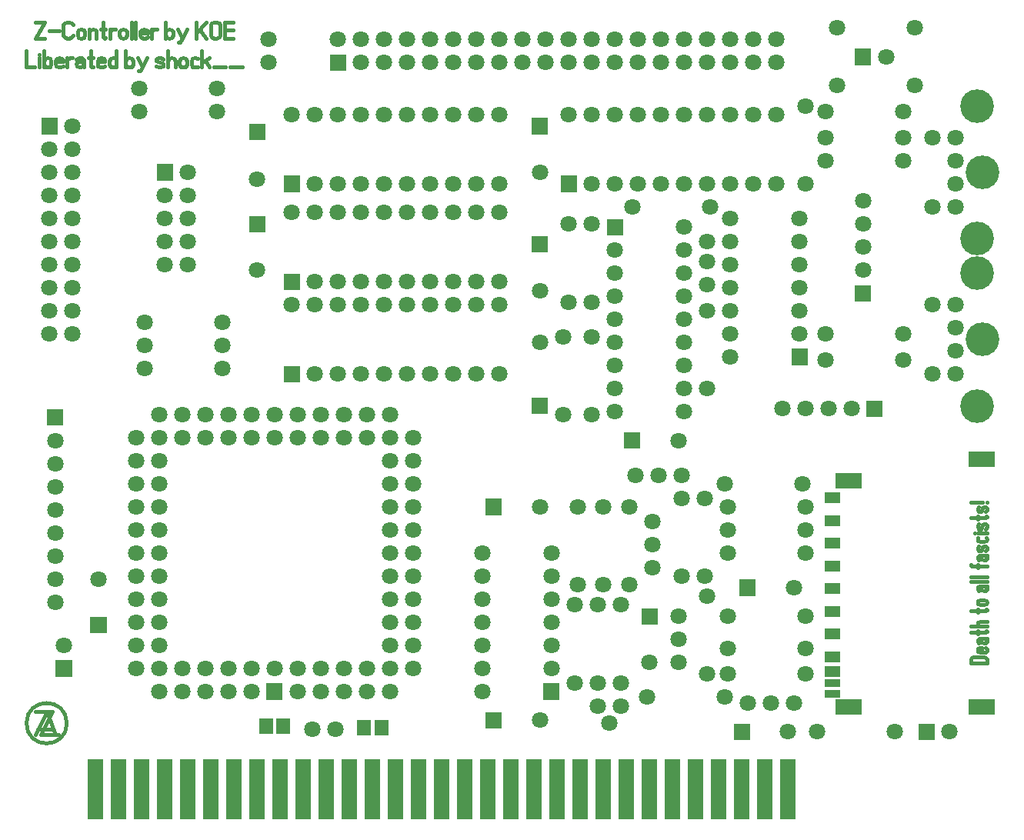
<source format=gts>
%FSLAX34Y34*%
%MOMM*%
%LNSOLDERMASK_TOP*%
G71*
G01*
%ADD10C, 1.80*%
%ADD11C, 0.45*%
%ADD12C, 0.42*%
%ADD13R, 1.70X6.70*%
%ADD14C, 3.70*%
%ADD15R, 1.70X1.20*%
%ADD16R, 3.00X1.70*%
%ADD17R, 1.70X0.90*%
%ADD18R, 1.50X1.70*%
%LPD*%
X82550Y838200D02*
G54D10*
D03*
X82550Y863600D02*
G54D10*
D03*
X57150Y838200D02*
G54D10*
D03*
X57150Y812800D02*
G54D10*
D03*
X82550Y812800D02*
G54D10*
D03*
X82550Y787400D02*
G54D10*
D03*
X57150Y787400D02*
G54D10*
D03*
X57150Y762000D02*
G54D10*
D03*
X82550Y762000D02*
G54D10*
D03*
X82550Y736600D02*
G54D10*
D03*
X57150Y736600D02*
G54D10*
D03*
X57150Y711200D02*
G54D10*
D03*
X82550Y711200D02*
G54D10*
D03*
X82550Y685800D02*
G54D10*
D03*
X57150Y685800D02*
G54D10*
D03*
X57150Y660400D02*
G54D10*
D03*
X82550Y660400D02*
G54D10*
D03*
X82550Y635000D02*
G54D10*
D03*
X57150Y635000D02*
G54D10*
D03*
X184150Y711200D02*
G54D10*
D03*
X209550Y711200D02*
G54D10*
D03*
X209550Y736600D02*
G54D10*
D03*
X184150Y736600D02*
G54D10*
D03*
X184150Y762000D02*
G54D10*
D03*
X209550Y762000D02*
G54D10*
D03*
X209550Y787400D02*
G54D10*
D03*
X184150Y787400D02*
G54D10*
D03*
X209550Y812800D02*
G54D10*
D03*
X298450Y933450D02*
G54D10*
D03*
X298450Y958850D02*
G54D10*
D03*
X374650Y958850D02*
G54D10*
D03*
X400050Y958850D02*
G54D10*
D03*
X400050Y933450D02*
G54D10*
D03*
X425450Y933450D02*
G54D10*
D03*
X425450Y958850D02*
G54D10*
D03*
X450850Y958850D02*
G54D10*
D03*
X450850Y933450D02*
G54D10*
D03*
X476250Y933450D02*
G54D10*
D03*
X476250Y958850D02*
G54D10*
D03*
X501650Y958850D02*
G54D10*
D03*
X501650Y933450D02*
G54D10*
D03*
X527050Y933450D02*
G54D10*
D03*
X527050Y958850D02*
G54D10*
D03*
X552450Y958850D02*
G54D10*
D03*
X552450Y933450D02*
G54D10*
D03*
X577850Y933450D02*
G54D10*
D03*
X577850Y958850D02*
G54D10*
D03*
X603250Y958850D02*
G54D10*
D03*
X603250Y933450D02*
G54D10*
D03*
X628650Y933450D02*
G54D10*
D03*
X628650Y958850D02*
G54D10*
D03*
X654050Y958850D02*
G54D10*
D03*
X654050Y933450D02*
G54D10*
D03*
X679450Y933450D02*
G54D10*
D03*
X679450Y958850D02*
G54D10*
D03*
X704850Y958850D02*
G54D10*
D03*
X704850Y933450D02*
G54D10*
D03*
X730250Y933450D02*
G54D10*
D03*
X730250Y958850D02*
G54D10*
D03*
X755650Y958850D02*
G54D10*
D03*
X755650Y933450D02*
G54D10*
D03*
X781050Y933450D02*
G54D10*
D03*
X781050Y958850D02*
G54D10*
D03*
X806450Y958850D02*
G54D10*
D03*
X806450Y933450D02*
G54D10*
D03*
X831850Y933450D02*
G54D10*
D03*
X831850Y958850D02*
G54D10*
D03*
X857250Y958850D02*
G54D10*
D03*
X857250Y933450D02*
G54D10*
D03*
X323850Y876300D02*
G54D10*
D03*
X349250Y876300D02*
G54D10*
D03*
X374650Y876300D02*
G54D10*
D03*
X400050Y876300D02*
G54D10*
D03*
X425450Y876300D02*
G54D10*
D03*
X450850Y876300D02*
G54D10*
D03*
X476250Y876300D02*
G54D10*
D03*
X501650Y876300D02*
G54D10*
D03*
X527050Y876300D02*
G54D10*
D03*
X552450Y876300D02*
G54D10*
D03*
X552450Y800100D02*
G54D10*
D03*
X527050Y800100D02*
G54D10*
D03*
X501650Y800100D02*
G54D10*
D03*
X476250Y800100D02*
G54D10*
D03*
X450850Y800100D02*
G54D10*
D03*
X425450Y800100D02*
G54D10*
D03*
X400050Y800100D02*
G54D10*
D03*
X374650Y800100D02*
G54D10*
D03*
X349250Y800100D02*
G54D10*
D03*
G36*
X175150Y821800D02*
X193150Y821800D01*
X193150Y803800D01*
X175150Y803800D01*
X175150Y821800D01*
G37*
G36*
X48150Y872600D02*
X66150Y872600D01*
X66150Y854600D01*
X48150Y854600D01*
X48150Y872600D01*
G37*
G36*
X314850Y809100D02*
X332850Y809100D01*
X332850Y791100D01*
X314850Y791100D01*
X314850Y809100D01*
G37*
G36*
X314850Y701150D02*
X332850Y701150D01*
X332850Y683150D01*
X314850Y683150D01*
X314850Y701150D01*
G37*
G36*
X365650Y942450D02*
X383650Y942450D01*
X383650Y924450D01*
X365650Y924450D01*
X365650Y942450D01*
G37*
G36*
X314850Y599550D02*
X332850Y599550D01*
X332850Y581550D01*
X314850Y581550D01*
X314850Y599550D01*
G37*
G36*
X295800Y250300D02*
X313800Y250300D01*
X313800Y232300D01*
X295800Y232300D01*
X295800Y250300D01*
G37*
G36*
X537100Y218550D02*
X555100Y218550D01*
X555100Y200550D01*
X537100Y200550D01*
X537100Y218550D01*
G37*
G36*
X810150Y205850D02*
X828150Y205850D01*
X828150Y187850D01*
X810150Y187850D01*
X810150Y205850D01*
G37*
G36*
X816500Y364600D02*
X834500Y364600D01*
X834500Y346600D01*
X816500Y346600D01*
X816500Y364600D01*
G37*
G36*
X708550Y332850D02*
X726550Y332850D01*
X726550Y314850D01*
X708550Y314850D01*
X708550Y332850D01*
G37*
G36*
X537100Y453500D02*
X555100Y453500D01*
X555100Y435500D01*
X537100Y435500D01*
X537100Y453500D01*
G37*
G36*
X619650Y809100D02*
X637650Y809100D01*
X637650Y791100D01*
X619650Y791100D01*
X619650Y809100D01*
G37*
G36*
X587900Y872600D02*
X605900Y872600D01*
X605900Y854600D01*
X587900Y854600D01*
X587900Y872600D01*
G37*
G36*
X873650Y618600D02*
X891650Y618600D01*
X891650Y600600D01*
X873650Y600600D01*
X873650Y618600D01*
G37*
G36*
X943500Y688450D02*
X961500Y688450D01*
X961500Y670450D01*
X943500Y670450D01*
X943500Y688450D01*
G37*
G36*
X956200Y561450D02*
X974200Y561450D01*
X974200Y543450D01*
X956200Y543450D01*
X956200Y561450D01*
G37*
G36*
X276750Y764650D02*
X294750Y764650D01*
X294750Y746650D01*
X276750Y746650D01*
X276750Y764650D01*
G37*
G36*
X276750Y866250D02*
X294750Y866250D01*
X294750Y848250D01*
X276750Y848250D01*
X276750Y866250D01*
G37*
G36*
X943500Y948800D02*
X961500Y948800D01*
X961500Y930800D01*
X943500Y930800D01*
X943500Y948800D01*
G37*
X323850Y768350D02*
G54D10*
D03*
X349250Y768350D02*
G54D10*
D03*
X374650Y768350D02*
G54D10*
D03*
X400050Y768350D02*
G54D10*
D03*
X425450Y768350D02*
G54D10*
D03*
X450850Y768350D02*
G54D10*
D03*
X476250Y768350D02*
G54D10*
D03*
X501650Y768350D02*
G54D10*
D03*
X527050Y768350D02*
G54D10*
D03*
X552450Y768350D02*
G54D10*
D03*
X552450Y692150D02*
G54D10*
D03*
X527050Y692150D02*
G54D10*
D03*
X501650Y692150D02*
G54D10*
D03*
X476250Y692150D02*
G54D10*
D03*
X450850Y692150D02*
G54D10*
D03*
X425450Y692150D02*
G54D10*
D03*
X400050Y692150D02*
G54D10*
D03*
X374650Y692150D02*
G54D10*
D03*
X349250Y692150D02*
G54D10*
D03*
X323850Y666750D02*
G54D10*
D03*
X349250Y666750D02*
G54D10*
D03*
X374650Y666750D02*
G54D10*
D03*
X400050Y666750D02*
G54D10*
D03*
X425450Y666750D02*
G54D10*
D03*
X450850Y666750D02*
G54D10*
D03*
X476250Y666750D02*
G54D10*
D03*
X501650Y666750D02*
G54D10*
D03*
X527050Y666750D02*
G54D10*
D03*
X552450Y666750D02*
G54D10*
D03*
X552450Y590550D02*
G54D10*
D03*
X527050Y590550D02*
G54D10*
D03*
X501650Y590550D02*
G54D10*
D03*
X476250Y590550D02*
G54D10*
D03*
X450850Y590550D02*
G54D10*
D03*
X425450Y590550D02*
G54D10*
D03*
X400050Y590550D02*
G54D10*
D03*
X374650Y590550D02*
G54D10*
D03*
X349250Y590550D02*
G54D10*
D03*
X654050Y800100D02*
G54D10*
D03*
X679450Y800100D02*
G54D10*
D03*
X704850Y800100D02*
G54D10*
D03*
X730250Y800100D02*
G54D10*
D03*
X755650Y800100D02*
G54D10*
D03*
X781050Y800100D02*
G54D10*
D03*
X806450Y800100D02*
G54D10*
D03*
X831850Y800100D02*
G54D10*
D03*
X857250Y800100D02*
G54D10*
D03*
X857250Y876300D02*
G54D10*
D03*
X831850Y876300D02*
G54D10*
D03*
X806450Y876300D02*
G54D10*
D03*
X781050Y876300D02*
G54D10*
D03*
X755650Y876300D02*
G54D10*
D03*
X730250Y876300D02*
G54D10*
D03*
X704850Y876300D02*
G54D10*
D03*
X679450Y876300D02*
G54D10*
D03*
X654050Y876300D02*
G54D10*
D03*
X628650Y876300D02*
G54D10*
D03*
X1028700Y850900D02*
G54D10*
D03*
X1054100Y850900D02*
G54D10*
D03*
X1054100Y825500D02*
G54D10*
D03*
X1054100Y800100D02*
G54D10*
D03*
X1054100Y774700D02*
G54D10*
D03*
X1028700Y774700D02*
G54D10*
D03*
X1028700Y590550D02*
G54D10*
D03*
X1054100Y590550D02*
G54D10*
D03*
X1054100Y615950D02*
G54D10*
D03*
X1054100Y641350D02*
G54D10*
D03*
X1054100Y666750D02*
G54D10*
D03*
X1028700Y666750D02*
G54D10*
D03*
X939800Y552450D02*
G54D10*
D03*
X914400Y552450D02*
G54D10*
D03*
X889000Y552450D02*
G54D10*
D03*
X863600Y552450D02*
G54D10*
D03*
X952500Y704850D02*
G54D10*
D03*
X952500Y730250D02*
G54D10*
D03*
X952500Y755650D02*
G54D10*
D03*
X952500Y781050D02*
G54D10*
D03*
X882650Y635000D02*
G54D10*
D03*
X882650Y660400D02*
G54D10*
D03*
X882650Y685800D02*
G54D10*
D03*
X882650Y711200D02*
G54D10*
D03*
X882650Y736600D02*
G54D10*
D03*
X882650Y762000D02*
G54D10*
D03*
X806450Y609600D02*
G54D10*
D03*
X806450Y635000D02*
G54D10*
D03*
X806450Y660400D02*
G54D10*
D03*
X806450Y685800D02*
G54D10*
D03*
X806450Y711200D02*
G54D10*
D03*
X806450Y736600D02*
G54D10*
D03*
X806450Y762000D02*
G54D10*
D03*
X241300Y879475D02*
G54D10*
D03*
X241300Y904875D02*
G54D10*
D03*
X155575Y904875D02*
G54D10*
D03*
X155575Y879475D02*
G54D10*
D03*
X247650Y647700D02*
G54D10*
D03*
X247650Y622300D02*
G54D10*
D03*
X247650Y596900D02*
G54D10*
D03*
X161925Y596900D02*
G54D10*
D03*
X161925Y622300D02*
G54D10*
D03*
X161925Y647700D02*
G54D10*
D03*
X285750Y704850D02*
G54D10*
D03*
X285750Y804862D02*
G54D10*
D03*
X152400Y317500D02*
G54D10*
D03*
X177800Y317500D02*
G54D10*
D03*
X177800Y292100D02*
G54D10*
D03*
X152400Y292100D02*
G54D10*
D03*
X152400Y266700D02*
G54D10*
D03*
X177800Y266700D02*
G54D10*
D03*
X203200Y266700D02*
G54D10*
D03*
X203200Y241300D02*
G54D10*
D03*
X177800Y241300D02*
G54D10*
D03*
X228600Y241300D02*
G54D10*
D03*
X228600Y266700D02*
G54D10*
D03*
X254000Y241300D02*
G54D10*
D03*
X254000Y266700D02*
G54D10*
D03*
X279400Y266700D02*
G54D10*
D03*
X279400Y241300D02*
G54D10*
D03*
X304800Y266700D02*
G54D10*
D03*
X330200Y266700D02*
G54D10*
D03*
X330200Y241300D02*
G54D10*
D03*
X355600Y241300D02*
G54D10*
D03*
X355600Y266700D02*
G54D10*
D03*
X381000Y266700D02*
G54D10*
D03*
X381000Y241300D02*
G54D10*
D03*
X406400Y241300D02*
G54D10*
D03*
X406400Y266700D02*
G54D10*
D03*
X431800Y266700D02*
G54D10*
D03*
X431800Y241300D02*
G54D10*
D03*
X457200Y266700D02*
G54D10*
D03*
X457200Y292100D02*
G54D10*
D03*
X431800Y292100D02*
G54D10*
D03*
X457200Y317500D02*
G54D10*
D03*
X431800Y317500D02*
G54D10*
D03*
X431800Y342900D02*
G54D10*
D03*
X457200Y342900D02*
G54D10*
D03*
X457200Y368300D02*
G54D10*
D03*
X431800Y368300D02*
G54D10*
D03*
X431800Y393700D02*
G54D10*
D03*
X457200Y393700D02*
G54D10*
D03*
X457200Y419100D02*
G54D10*
D03*
X431800Y419100D02*
G54D10*
D03*
X457200Y444500D02*
G54D10*
D03*
X431800Y444500D02*
G54D10*
D03*
X431800Y469900D02*
G54D10*
D03*
X457200Y469900D02*
G54D10*
D03*
X431800Y495300D02*
G54D10*
D03*
X457200Y495300D02*
G54D10*
D03*
X457200Y520700D02*
G54D10*
D03*
X431800Y520700D02*
G54D10*
D03*
X431800Y546100D02*
G54D10*
D03*
X406400Y546100D02*
G54D10*
D03*
X406400Y520700D02*
G54D10*
D03*
X381000Y520700D02*
G54D10*
D03*
X381000Y546100D02*
G54D10*
D03*
X355600Y546100D02*
G54D10*
D03*
X355600Y520700D02*
G54D10*
D03*
X330200Y520700D02*
G54D10*
D03*
X330200Y546100D02*
G54D10*
D03*
X304800Y546100D02*
G54D10*
D03*
X304800Y520700D02*
G54D10*
D03*
X596900Y209550D02*
G54D10*
D03*
X533400Y241300D02*
G54D10*
D03*
X533400Y266700D02*
G54D10*
D03*
X533400Y292100D02*
G54D10*
D03*
X533400Y317500D02*
G54D10*
D03*
X533400Y342900D02*
G54D10*
D03*
X533400Y368300D02*
G54D10*
D03*
X533400Y393700D02*
G54D10*
D03*
X609600Y393700D02*
G54D10*
D03*
X609600Y368300D02*
G54D10*
D03*
X609600Y342900D02*
G54D10*
D03*
X609600Y317500D02*
G54D10*
D03*
X609600Y292100D02*
G54D10*
D03*
X609600Y266700D02*
G54D10*
D03*
G36*
X600600Y250300D02*
X618600Y250300D01*
X618600Y232300D01*
X600600Y232300D01*
X600600Y250300D01*
G37*
X177800Y342900D02*
G54D10*
D03*
X152400Y342900D02*
G54D10*
D03*
X152400Y368300D02*
G54D10*
D03*
X177800Y368300D02*
G54D10*
D03*
X177800Y393700D02*
G54D10*
D03*
X152400Y393700D02*
G54D10*
D03*
X152400Y419100D02*
G54D10*
D03*
X177800Y419100D02*
G54D10*
D03*
X177800Y444500D02*
G54D10*
D03*
X152400Y444500D02*
G54D10*
D03*
X152400Y469900D02*
G54D10*
D03*
X177800Y469900D02*
G54D10*
D03*
X177800Y495300D02*
G54D10*
D03*
X203200Y520700D02*
G54D10*
D03*
X228600Y520700D02*
G54D10*
D03*
X254000Y520700D02*
G54D10*
D03*
X279400Y520700D02*
G54D10*
D03*
X177800Y520700D02*
G54D10*
D03*
X152400Y520700D02*
G54D10*
D03*
X152400Y495300D02*
G54D10*
D03*
X177800Y546100D02*
G54D10*
D03*
X203200Y546100D02*
G54D10*
D03*
X228600Y546100D02*
G54D10*
D03*
X254000Y546100D02*
G54D10*
D03*
X279400Y546100D02*
G54D10*
D03*
X654050Y546100D02*
G54D10*
D03*
X622300Y546100D02*
G54D10*
D03*
X654050Y631825D02*
G54D10*
D03*
X622300Y631825D02*
G54D10*
D03*
X596900Y625475D02*
G54D10*
D03*
G36*
X587900Y564625D02*
X605900Y564625D01*
X605900Y546625D01*
X587900Y546625D01*
X587900Y564625D01*
G37*
X596900Y812800D02*
G54D10*
D03*
X876300Y355600D02*
G54D10*
D03*
X1047750Y196850D02*
G54D10*
D03*
G36*
X1013350Y205850D02*
X1031350Y205850D01*
X1031350Y187850D01*
X1013350Y187850D01*
X1013350Y205850D01*
G37*
X901700Y196850D02*
G54D10*
D03*
X850900Y228600D02*
G54D10*
D03*
X825500Y228600D02*
G54D10*
D03*
X876300Y228600D02*
G54D10*
D03*
X889000Y260350D02*
G54D10*
D03*
X889000Y323850D02*
G54D10*
D03*
X889000Y288925D02*
G54D10*
D03*
X803275Y288925D02*
G54D10*
D03*
X803275Y260350D02*
G54D10*
D03*
X803275Y323850D02*
G54D10*
D03*
X781050Y260350D02*
G54D10*
D03*
X781050Y346075D02*
G54D10*
D03*
X749300Y273050D02*
G54D10*
D03*
X749300Y298450D02*
G54D10*
D03*
X749300Y323850D02*
G54D10*
D03*
X717550Y273050D02*
G54D10*
D03*
X673100Y206375D02*
G54D10*
D03*
X685800Y225425D02*
G54D10*
D03*
X660400Y225425D02*
G54D10*
D03*
X685800Y250825D02*
G54D10*
D03*
X660400Y250825D02*
G54D10*
D03*
X635000Y250825D02*
G54D10*
D03*
X685800Y336550D02*
G54D10*
D03*
X660400Y336550D02*
G54D10*
D03*
X635000Y336550D02*
G54D10*
D03*
X638175Y358775D02*
G54D10*
D03*
X666750Y358775D02*
G54D10*
D03*
X695325Y358775D02*
G54D10*
D03*
X777875Y368300D02*
G54D10*
D03*
X752475Y368300D02*
G54D10*
D03*
X803275Y393700D02*
G54D10*
D03*
X889000Y393700D02*
G54D10*
D03*
X889000Y419100D02*
G54D10*
D03*
X803275Y419100D02*
G54D10*
D03*
X803275Y444500D02*
G54D10*
D03*
X889000Y444500D02*
G54D10*
D03*
X885825Y469900D02*
G54D10*
D03*
X800100Y469900D02*
G54D10*
D03*
X777875Y454025D02*
G54D10*
D03*
X752475Y454025D02*
G54D10*
D03*
X752475Y479425D02*
G54D10*
D03*
X727075Y479425D02*
G54D10*
D03*
X701675Y479425D02*
G54D10*
D03*
X695325Y444500D02*
G54D10*
D03*
X666750Y444500D02*
G54D10*
D03*
X638175Y444500D02*
G54D10*
D03*
X720725Y428625D02*
G54D10*
D03*
X720725Y403225D02*
G54D10*
D03*
X720725Y377825D02*
G54D10*
D03*
X596900Y444500D02*
G54D10*
D03*
X987425Y196850D02*
G54D10*
D03*
X869950Y196850D02*
G54D10*
D03*
X800100Y234950D02*
G54D10*
D03*
X714375Y234950D02*
G54D10*
D03*
X996950Y606425D02*
G54D10*
D03*
X996950Y635000D02*
G54D10*
D03*
X911225Y635000D02*
G54D10*
D03*
X911225Y606425D02*
G54D10*
D03*
X781050Y574675D02*
G54D10*
D03*
X781050Y660400D02*
G54D10*
D03*
X749300Y517525D02*
G54D10*
D03*
G36*
X689500Y526525D02*
X707500Y526525D01*
X707500Y508525D01*
X689500Y508525D01*
X689500Y526525D01*
G37*
G36*
X670450Y761475D02*
X688450Y761475D01*
X688450Y743475D01*
X670450Y743475D01*
X670450Y761475D01*
G37*
X679450Y727075D02*
G54D10*
D03*
X679450Y701675D02*
G54D10*
D03*
X679450Y676275D02*
G54D10*
D03*
X679450Y650875D02*
G54D10*
D03*
X679450Y625475D02*
G54D10*
D03*
X679450Y600075D02*
G54D10*
D03*
X679450Y574675D02*
G54D10*
D03*
X679450Y549275D02*
G54D10*
D03*
X755650Y549275D02*
G54D10*
D03*
X755650Y574675D02*
G54D10*
D03*
X755650Y600075D02*
G54D10*
D03*
X755650Y625475D02*
G54D10*
D03*
X755650Y650875D02*
G54D10*
D03*
X755650Y676275D02*
G54D10*
D03*
X755650Y701675D02*
G54D10*
D03*
X755650Y727075D02*
G54D10*
D03*
X755650Y752475D02*
G54D10*
D03*
X781050Y736600D02*
G54D10*
D03*
X781050Y714375D02*
G54D10*
D03*
X781050Y688975D02*
G54D10*
D03*
X654050Y669925D02*
G54D10*
D03*
X628650Y669925D02*
G54D10*
D03*
X628650Y755650D02*
G54D10*
D03*
X654050Y755650D02*
G54D10*
D03*
X698500Y774700D02*
G54D10*
D03*
X784225Y774700D02*
G54D10*
D03*
X911225Y825500D02*
G54D10*
D03*
X911225Y850900D02*
G54D10*
D03*
X889000Y885825D02*
G54D10*
D03*
X889000Y800100D02*
G54D10*
D03*
X996950Y825500D02*
G54D10*
D03*
X996950Y850900D02*
G54D10*
D03*
X996950Y879475D02*
G54D10*
D03*
X911225Y879475D02*
G54D10*
D03*
X923925Y908050D02*
G54D10*
D03*
X1009650Y908050D02*
G54D10*
D03*
X977900Y939800D02*
G54D10*
D03*
X923925Y971550D02*
G54D10*
D03*
X1009650Y971550D02*
G54D10*
D03*
X596900Y682625D02*
G54D10*
D03*
G36*
X587900Y742425D02*
X605900Y742425D01*
X605900Y724425D01*
X587900Y724425D01*
X587900Y742425D01*
G37*
G36*
X64025Y275700D02*
X82025Y275700D01*
X82025Y257700D01*
X64025Y257700D01*
X64025Y275700D01*
G37*
G36*
X102125Y323325D02*
X120125Y323325D01*
X120125Y305325D01*
X102125Y305325D01*
X102125Y323325D01*
G37*
X111125Y365125D02*
G54D10*
D03*
X73025Y292100D02*
G54D10*
D03*
X63500Y339725D02*
G54D10*
D03*
X63500Y365125D02*
G54D10*
D03*
X63500Y390525D02*
G54D10*
D03*
X63500Y415925D02*
G54D10*
D03*
X63500Y441325D02*
G54D10*
D03*
X63500Y466725D02*
G54D10*
D03*
X63500Y492125D02*
G54D10*
D03*
X63500Y517525D02*
G54D10*
D03*
G36*
X54500Y551925D02*
X72500Y551925D01*
X72500Y533925D01*
X54500Y533925D01*
X54500Y551925D01*
G37*
G54D11*
X41275Y219075D02*
X60400Y219000D01*
X47625Y193675D01*
X66675Y193675D01*
G54D11*
X41275Y193675D02*
X53975Y219075D01*
X63500Y193675D01*
G54D11*
X44450Y200025D02*
X60325Y200025D01*
G54D11*
G75*
G01X76200Y206375D02*
G03X76200Y206375I-22225J0D01*
G01*
G54D12*
X41275Y978215D02*
X51942Y978215D01*
X41275Y960438D01*
X51942Y960438D01*
G54D12*
X56831Y968215D02*
X67498Y968215D01*
G54D12*
X83054Y963771D02*
X81720Y961549D01*
X79054Y960438D01*
X76387Y960438D01*
X73720Y961549D01*
X72387Y963771D01*
X72387Y974882D01*
X73720Y977104D01*
X76387Y978215D01*
X79054Y978215D01*
X81720Y977104D01*
X83054Y974882D01*
G54D12*
X95943Y963104D02*
X95943Y967549D01*
X94610Y969771D01*
X91943Y970438D01*
X89276Y969771D01*
X87943Y967549D01*
X87943Y963104D01*
X89276Y960882D01*
X91943Y960438D01*
X94610Y960882D01*
X95943Y963104D01*
G54D12*
X100832Y960438D02*
X100832Y970438D01*
G54D12*
X100832Y968215D02*
X102165Y969771D01*
X104832Y970438D01*
X107499Y969771D01*
X108832Y968215D01*
X108832Y960438D01*
G54D12*
X116388Y978215D02*
X116388Y961549D01*
X117721Y960438D01*
X119054Y960882D01*
G54D12*
X113721Y970438D02*
X119054Y970438D01*
G54D12*
X123943Y960438D02*
X123943Y970438D01*
G54D12*
X123943Y968215D02*
X126610Y970438D01*
X129276Y970438D01*
G54D12*
X142165Y963104D02*
X142165Y967549D01*
X140832Y969771D01*
X138165Y970438D01*
X135498Y969771D01*
X134165Y967549D01*
X134165Y963104D01*
X135498Y960882D01*
X138165Y960438D01*
X140832Y960882D01*
X142165Y963104D01*
G54D12*
X147054Y960438D02*
X147054Y978215D01*
G54D12*
X151943Y960438D02*
X151943Y978215D01*
G54D12*
X164832Y961549D02*
X162699Y960438D01*
X160032Y960438D01*
X157365Y961549D01*
X156832Y963771D01*
X156832Y967549D01*
X158165Y969771D01*
X160832Y970438D01*
X163499Y969771D01*
X164832Y968215D01*
X164832Y965993D01*
X156832Y965993D01*
G54D12*
X169721Y960438D02*
X169721Y970438D01*
G54D12*
X169721Y968215D02*
X172388Y970438D01*
X175054Y970438D01*
G54D12*
X185099Y960438D02*
X185099Y978215D01*
G54D12*
X185099Y967549D02*
X186432Y969771D01*
X189099Y970438D01*
X191766Y969771D01*
X193099Y967549D01*
X193099Y963104D01*
X191766Y960882D01*
X189099Y960438D01*
X186432Y960882D01*
X185099Y963104D01*
G54D12*
X197988Y970438D02*
X203321Y960438D01*
X208655Y970438D01*
G54D12*
X203321Y960438D02*
X201988Y957104D01*
X200655Y955993D01*
X199321Y955993D01*
G54D12*
X218700Y960438D02*
X218700Y978215D01*
G54D12*
X218700Y965993D02*
X229367Y978215D01*
G54D12*
X222700Y969326D02*
X229367Y960438D01*
G54D12*
X244923Y974882D02*
X244923Y963771D01*
X243589Y961549D01*
X240923Y960438D01*
X238256Y960438D01*
X235589Y961549D01*
X234256Y963771D01*
X234256Y974882D01*
X235589Y977104D01*
X238256Y978215D01*
X240923Y978215D01*
X243589Y977104D01*
X244923Y974882D01*
G54D12*
X259145Y960438D02*
X249812Y960438D01*
X249812Y978215D01*
X259145Y978215D01*
G54D12*
X249812Y969326D02*
X259145Y969326D01*
G54D12*
X31750Y946465D02*
X31750Y928688D01*
X41083Y928688D01*
G54D12*
X45972Y928688D02*
X45972Y938688D01*
G54D12*
X45972Y942021D02*
X45972Y942021D01*
G54D12*
X50861Y928688D02*
X50861Y946465D01*
G54D12*
X50861Y935799D02*
X52194Y938021D01*
X54861Y938688D01*
X57528Y938021D01*
X58861Y935799D01*
X58861Y931354D01*
X57528Y929132D01*
X54861Y928688D01*
X52194Y929132D01*
X50861Y931354D01*
G54D12*
X71750Y929799D02*
X69617Y928688D01*
X66950Y928688D01*
X64283Y929799D01*
X63750Y932021D01*
X63750Y935799D01*
X65083Y938021D01*
X67750Y938688D01*
X70417Y938021D01*
X71750Y936465D01*
X71750Y934243D01*
X63750Y934243D01*
G54D12*
X76639Y928688D02*
X76639Y938688D01*
G54D12*
X76639Y936465D02*
X79306Y938688D01*
X81972Y938688D01*
G54D12*
X86861Y937576D02*
X89528Y938688D01*
X92728Y938688D01*
X94861Y936465D01*
X94861Y928688D01*
G54D12*
X94861Y932021D02*
X93528Y934243D01*
X90861Y934688D01*
X88194Y934243D01*
X86861Y932021D01*
X87394Y929799D01*
X89528Y928688D01*
X90861Y928688D01*
X91394Y928688D01*
X93528Y929799D01*
X94861Y932021D01*
G54D12*
X102417Y946465D02*
X102417Y929799D01*
X103750Y928688D01*
X105083Y929132D01*
G54D12*
X99750Y938688D02*
X105083Y938688D01*
G54D12*
X117972Y929799D02*
X115839Y928688D01*
X113172Y928688D01*
X110505Y929799D01*
X109972Y932021D01*
X109972Y935799D01*
X111305Y938021D01*
X113972Y938688D01*
X116639Y938021D01*
X117972Y936465D01*
X117972Y934243D01*
X109972Y934243D01*
G54D12*
X130861Y928688D02*
X130861Y946465D01*
G54D12*
X130861Y935799D02*
X129528Y938021D01*
X126861Y938688D01*
X124194Y938021D01*
X122861Y935799D01*
X122861Y931354D01*
X124194Y929132D01*
X126861Y928688D01*
X129528Y929132D01*
X130861Y931354D01*
G54D12*
X140906Y928688D02*
X140906Y946465D01*
G54D12*
X140906Y935799D02*
X142239Y938021D01*
X144906Y938688D01*
X147573Y938021D01*
X148906Y935799D01*
X148906Y931354D01*
X147573Y929132D01*
X144906Y928688D01*
X142239Y929132D01*
X140906Y931354D01*
G54D12*
X153795Y938688D02*
X159128Y928688D01*
X164462Y938688D01*
G54D12*
X159128Y928688D02*
X157795Y925354D01*
X156462Y924243D01*
X155128Y924243D01*
G54D12*
X174507Y929799D02*
X177174Y928688D01*
X179840Y928688D01*
X182507Y929799D01*
X182507Y932021D01*
X181174Y933132D01*
X175840Y934243D01*
X174507Y935354D01*
X174507Y937576D01*
X177174Y938688D01*
X179840Y938688D01*
X182507Y937576D01*
G54D12*
X187396Y928688D02*
X187396Y946465D01*
G54D12*
X187396Y935799D02*
X188729Y938021D01*
X191396Y938688D01*
X194063Y938021D01*
X195396Y935799D01*
X195396Y928688D01*
G54D12*
X208285Y931354D02*
X208285Y935799D01*
X206952Y938021D01*
X204285Y938688D01*
X201618Y938021D01*
X200285Y935799D01*
X200285Y931354D01*
X201618Y929132D01*
X204285Y928688D01*
X206952Y929132D01*
X208285Y931354D01*
G54D12*
X219841Y938021D02*
X217174Y938688D01*
X214507Y938021D01*
X213174Y935799D01*
X213174Y931354D01*
X214507Y929132D01*
X217174Y928688D01*
X219841Y929132D01*
G54D12*
X224730Y928688D02*
X224730Y946465D01*
G54D12*
X228730Y935354D02*
X232730Y928688D01*
G54D12*
X224730Y933132D02*
X232730Y938688D01*
G54D12*
X237619Y928688D02*
X250952Y928688D01*
G54D12*
X255841Y928688D02*
X269174Y928688D01*
X285750Y133350D02*
G54D13*
D03*
X260350Y133350D02*
G54D13*
D03*
X234950Y133350D02*
G54D13*
D03*
X209550Y133350D02*
G54D13*
D03*
X184150Y133350D02*
G54D13*
D03*
X158750Y133350D02*
G54D13*
D03*
X133350Y133350D02*
G54D13*
D03*
X107950Y133350D02*
G54D13*
D03*
X311150Y133350D02*
G54D13*
D03*
X336550Y133350D02*
G54D13*
D03*
X361950Y133350D02*
G54D13*
D03*
X387350Y133350D02*
G54D13*
D03*
X412750Y133350D02*
G54D13*
D03*
X438150Y133350D02*
G54D13*
D03*
X463550Y133350D02*
G54D13*
D03*
X488950Y133350D02*
G54D13*
D03*
X514350Y133350D02*
G54D13*
D03*
X539750Y133350D02*
G54D13*
D03*
X565150Y133350D02*
G54D13*
D03*
X590550Y133350D02*
G54D13*
D03*
X615950Y133350D02*
G54D13*
D03*
X641350Y133350D02*
G54D13*
D03*
X666750Y133350D02*
G54D13*
D03*
X692150Y133350D02*
G54D13*
D03*
X717550Y133350D02*
G54D13*
D03*
X742950Y133350D02*
G54D13*
D03*
X768350Y133350D02*
G54D13*
D03*
X793750Y133350D02*
G54D13*
D03*
X819150Y133350D02*
G54D13*
D03*
X844550Y133350D02*
G54D13*
D03*
X869950Y133350D02*
G54D13*
D03*
X1077912Y555625D02*
G54D14*
D03*
X1084262Y628650D02*
G54D14*
D03*
X1077912Y701675D02*
G54D14*
D03*
X1077912Y739775D02*
G54D14*
D03*
X1077912Y885825D02*
G54D14*
D03*
X1084262Y812800D02*
G54D14*
D03*
G54D12*
X1088516Y272204D02*
X1070739Y272204D01*
X1070739Y276649D01*
X1071850Y278427D01*
X1074072Y279316D01*
X1085183Y279316D01*
X1087405Y278427D01*
X1088516Y276649D01*
X1088516Y272204D01*
G54D12*
X1087405Y289538D02*
X1088516Y288116D01*
X1088516Y286338D01*
X1087405Y284560D01*
X1085183Y284204D01*
X1081405Y284204D01*
X1079183Y285093D01*
X1078516Y286871D01*
X1079183Y288649D01*
X1080739Y289538D01*
X1082961Y289538D01*
X1082961Y284204D01*
G54D12*
X1079628Y294426D02*
X1078516Y296204D01*
X1078516Y298338D01*
X1080739Y299760D01*
X1088516Y299760D01*
G54D12*
X1085183Y299760D02*
X1082961Y298871D01*
X1082516Y297093D01*
X1082961Y295315D01*
X1085183Y294426D01*
X1087405Y294782D01*
X1088516Y296204D01*
X1088516Y297093D01*
X1088516Y297449D01*
X1087405Y298871D01*
X1085183Y299760D01*
G54D12*
X1070739Y306426D02*
X1087405Y306426D01*
X1088516Y307315D01*
X1088072Y308204D01*
G54D12*
X1078516Y304648D02*
X1078516Y308204D01*
G54D12*
X1088516Y313094D02*
X1070739Y313094D01*
G54D12*
X1081405Y313094D02*
X1079183Y313982D01*
X1078516Y315760D01*
X1079183Y317538D01*
X1081405Y318427D01*
X1088516Y318427D01*
G54D12*
X1070739Y330160D02*
X1087405Y330160D01*
X1088516Y331049D01*
X1088072Y331938D01*
G54D12*
X1078516Y328382D02*
X1078516Y331938D01*
G54D12*
X1085850Y342161D02*
X1081405Y342161D01*
X1079183Y341272D01*
X1078516Y339494D01*
X1079183Y337716D01*
X1081405Y336828D01*
X1085850Y336828D01*
X1088072Y337716D01*
X1088516Y339494D01*
X1088072Y341272D01*
X1085850Y342161D01*
G54D12*
X1079628Y352116D02*
X1078516Y353894D01*
X1078516Y356028D01*
X1080739Y357450D01*
X1088516Y357450D01*
G54D12*
X1085183Y357450D02*
X1082961Y356561D01*
X1082516Y354783D01*
X1082961Y353005D01*
X1085183Y352116D01*
X1087405Y352472D01*
X1088516Y353894D01*
X1088516Y354783D01*
X1088516Y355139D01*
X1087405Y356561D01*
X1085183Y357450D01*
G54D12*
X1088516Y362338D02*
X1070739Y362338D01*
G54D12*
X1088516Y367228D02*
X1070739Y367228D01*
G54D12*
X1088516Y378961D02*
X1071850Y378961D01*
X1070739Y379850D01*
X1071405Y380739D01*
G54D12*
X1078516Y377184D02*
X1078516Y380739D01*
G54D12*
X1079628Y385628D02*
X1078516Y387406D01*
X1078516Y389540D01*
X1080739Y390962D01*
X1088516Y390962D01*
G54D12*
X1085183Y390962D02*
X1082961Y390073D01*
X1082516Y388295D01*
X1082961Y386517D01*
X1085183Y385628D01*
X1087405Y385984D01*
X1088516Y387406D01*
X1088516Y388295D01*
X1088516Y388651D01*
X1087405Y390073D01*
X1085183Y390962D01*
G54D12*
X1087405Y395850D02*
X1088516Y397628D01*
X1088516Y399406D01*
X1087405Y401184D01*
X1085183Y401184D01*
X1084072Y400295D01*
X1082961Y396739D01*
X1081850Y395850D01*
X1079628Y395850D01*
X1078516Y397628D01*
X1078516Y399406D01*
X1079628Y401184D01*
G54D12*
X1079183Y410517D02*
X1078516Y408739D01*
X1079183Y406961D01*
X1081405Y406072D01*
X1085850Y406072D01*
X1088072Y406961D01*
X1088516Y408739D01*
X1088072Y410517D01*
G54D12*
X1088516Y415406D02*
X1078516Y415406D01*
G54D12*
X1075183Y415406D02*
X1075183Y415406D01*
G54D12*
X1087405Y420294D02*
X1088516Y422072D01*
X1088516Y423850D01*
X1087405Y425628D01*
X1085183Y425628D01*
X1084072Y424739D01*
X1082961Y421183D01*
X1081850Y420294D01*
X1079628Y420294D01*
X1078516Y422072D01*
X1078516Y423850D01*
X1079628Y425628D01*
G54D12*
X1070739Y432294D02*
X1087405Y432294D01*
X1088516Y433183D01*
X1088072Y434072D01*
G54D12*
X1078516Y430516D02*
X1078516Y434072D01*
G54D12*
X1087405Y438962D02*
X1088516Y440739D01*
X1088516Y442517D01*
X1087405Y444295D01*
X1085183Y444295D01*
X1084072Y443406D01*
X1082961Y439850D01*
X1081850Y438962D01*
X1079628Y438962D01*
X1078516Y440739D01*
X1078516Y442517D01*
X1079628Y444295D01*
G54D12*
X1070739Y449184D02*
X1084072Y449184D01*
G54D12*
X1088516Y449184D02*
X1088516Y449184D01*
X918596Y454351D02*
G54D15*
D03*
X918596Y429351D02*
G54D15*
D03*
X918596Y404351D02*
G54D15*
D03*
X918596Y379351D02*
G54D15*
D03*
X918596Y354351D02*
G54D15*
D03*
X918596Y329351D02*
G54D15*
D03*
X918596Y304351D02*
G54D15*
D03*
X918596Y279351D02*
G54D15*
D03*
X1082596Y497101D02*
G54D16*
D03*
X1082596Y224101D02*
G54D16*
D03*
X936596Y224101D02*
G54D16*
D03*
X936596Y473101D02*
G54D16*
D03*
X918596Y238351D02*
G54D17*
D03*
X918596Y250351D02*
G54D17*
D03*
X918596Y263351D02*
G54D15*
D03*
X346074Y200025D02*
G54D10*
D03*
X371474Y200025D02*
G54D10*
D03*
X295275Y203200D02*
G54D18*
D03*
X314325Y203200D02*
G54D18*
D03*
X403225Y201499D02*
G54D18*
D03*
X422275Y201612D02*
G54D18*
D03*
M02*

</source>
